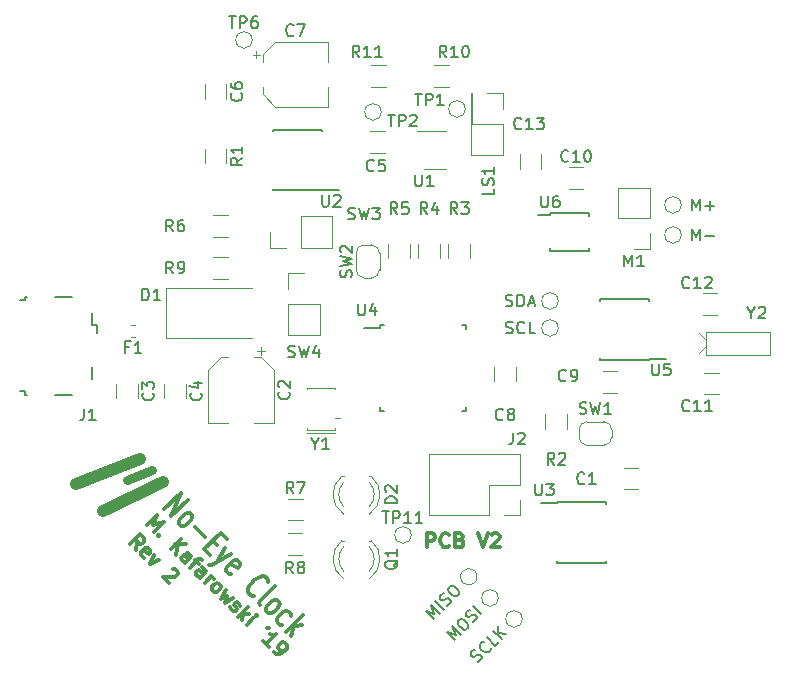
<source format=gbr>
G04 #@! TF.GenerationSoftware,KiCad,Pcbnew,(5.0.1-3-g963ef8bb5)*
G04 #@! TF.CreationDate,2019-06-08T22:51:48-04:00*
G04 #@! TF.ProjectId,EFCv2,45464376322E6B696361645F70636200,rev?*
G04 #@! TF.SameCoordinates,Original*
G04 #@! TF.FileFunction,Legend,Top*
G04 #@! TF.FilePolarity,Positive*
%FSLAX46Y46*%
G04 Gerber Fmt 4.6, Leading zero omitted, Abs format (unit mm)*
G04 Created by KiCad (PCBNEW (5.0.1-3-g963ef8bb5)) date Saturday, June 08, 2019 at 10:51:48 pm*
%MOMM*%
%LPD*%
G01*
G04 APERTURE LIST*
%ADD10C,0.300000*%
%ADD11C,0.800000*%
%ADD12C,1.000000*%
%ADD13C,0.150000*%
%ADD14C,0.120000*%
G04 APERTURE END LIST*
D10*
X61456568Y-99562284D02*
X61577786Y-98875380D01*
X60971694Y-99077410D02*
X61820223Y-98228882D01*
X62143471Y-98552131D01*
X62183877Y-98673349D01*
X62183877Y-98754162D01*
X62143471Y-98875380D01*
X62022253Y-98996598D01*
X61901035Y-99037004D01*
X61820223Y-99037004D01*
X61699004Y-98996598D01*
X61375755Y-98673349D01*
X62183877Y-100208781D02*
X62062659Y-100168375D01*
X61901035Y-100006751D01*
X61860629Y-99885532D01*
X61901035Y-99764314D01*
X62224284Y-99441065D01*
X62345502Y-99400659D01*
X62466720Y-99441065D01*
X62628345Y-99602690D01*
X62668751Y-99723908D01*
X62628345Y-99845126D01*
X62547532Y-99925938D01*
X62062659Y-99602690D01*
X63032406Y-100006751D02*
X62668751Y-100774467D01*
X63436467Y-100410812D01*
X64567837Y-101138122D02*
X64648650Y-101138122D01*
X64769868Y-101178528D01*
X64971898Y-101380558D01*
X65012305Y-101501776D01*
X65012305Y-101582589D01*
X64971898Y-101703807D01*
X64891086Y-101784619D01*
X64729462Y-101865431D01*
X63759715Y-101865431D01*
X64284995Y-102390711D01*
X86096857Y-99348857D02*
X86096857Y-98148857D01*
X86554000Y-98148857D01*
X86668285Y-98206000D01*
X86725428Y-98263142D01*
X86782571Y-98377428D01*
X86782571Y-98548857D01*
X86725428Y-98663142D01*
X86668285Y-98720285D01*
X86554000Y-98777428D01*
X86096857Y-98777428D01*
X87982571Y-99234571D02*
X87925428Y-99291714D01*
X87754000Y-99348857D01*
X87639714Y-99348857D01*
X87468285Y-99291714D01*
X87354000Y-99177428D01*
X87296857Y-99063142D01*
X87239714Y-98834571D01*
X87239714Y-98663142D01*
X87296857Y-98434571D01*
X87354000Y-98320285D01*
X87468285Y-98206000D01*
X87639714Y-98148857D01*
X87754000Y-98148857D01*
X87925428Y-98206000D01*
X87982571Y-98263142D01*
X88896857Y-98720285D02*
X89068285Y-98777428D01*
X89125428Y-98834571D01*
X89182571Y-98948857D01*
X89182571Y-99120285D01*
X89125428Y-99234571D01*
X89068285Y-99291714D01*
X88954000Y-99348857D01*
X88496857Y-99348857D01*
X88496857Y-98148857D01*
X88896857Y-98148857D01*
X89011142Y-98206000D01*
X89068285Y-98263142D01*
X89125428Y-98377428D01*
X89125428Y-98491714D01*
X89068285Y-98606000D01*
X89011142Y-98663142D01*
X88896857Y-98720285D01*
X88496857Y-98720285D01*
X90439714Y-98148857D02*
X90839714Y-99348857D01*
X91239714Y-98148857D01*
X91582571Y-98263142D02*
X91639714Y-98206000D01*
X91754000Y-98148857D01*
X92039714Y-98148857D01*
X92154000Y-98206000D01*
X92211142Y-98263142D01*
X92268285Y-98377428D01*
X92268285Y-98491714D01*
X92211142Y-98663142D01*
X91525428Y-99348857D01*
X92268285Y-99348857D01*
X62386303Y-97446413D02*
X63234831Y-96597885D01*
X62911582Y-97486820D01*
X63800516Y-97163571D01*
X62951988Y-98012099D01*
X63436861Y-98335348D02*
X63436861Y-98416160D01*
X63356049Y-98416160D01*
X63356049Y-98335348D01*
X63436861Y-98335348D01*
X63356049Y-98416160D01*
X64406608Y-99466719D02*
X65255136Y-98618190D01*
X64891481Y-99951592D02*
X65012699Y-99103064D01*
X65740009Y-99103064D02*
X64770263Y-99103064D01*
X65618791Y-100678902D02*
X66063258Y-100234434D01*
X66103664Y-100113216D01*
X66063258Y-99991998D01*
X65901633Y-99830373D01*
X65780415Y-99789967D01*
X65659197Y-100638496D02*
X65537978Y-100598089D01*
X65335948Y-100396059D01*
X65295542Y-100274841D01*
X65335948Y-100153622D01*
X65416760Y-100072810D01*
X65537978Y-100032404D01*
X65659197Y-100072810D01*
X65861227Y-100274841D01*
X65982446Y-100315247D01*
X66467319Y-100396059D02*
X66790568Y-100719308D01*
X66022852Y-101082963D02*
X66750162Y-100355653D01*
X66871380Y-100315247D01*
X66992598Y-100355653D01*
X67073410Y-100436465D01*
X66871380Y-101931491D02*
X67315847Y-101487024D01*
X67356253Y-101365805D01*
X67315847Y-101244587D01*
X67154223Y-101082963D01*
X67033004Y-101042557D01*
X66911786Y-101891085D02*
X66790568Y-101850679D01*
X66588537Y-101648648D01*
X66548131Y-101527430D01*
X66588537Y-101406211D01*
X66669349Y-101325399D01*
X66790568Y-101284993D01*
X66911786Y-101325399D01*
X67113816Y-101527430D01*
X67235035Y-101567836D01*
X67275441Y-102335552D02*
X67841126Y-101769866D01*
X67679502Y-101931491D02*
X67800720Y-101891085D01*
X67881532Y-101891085D01*
X68002751Y-101931491D01*
X68083563Y-102012303D01*
X67921938Y-102982049D02*
X67881532Y-102860831D01*
X67881532Y-102780019D01*
X67921938Y-102658801D01*
X68164375Y-102416364D01*
X68285593Y-102375958D01*
X68366406Y-102375958D01*
X68487624Y-102416364D01*
X68608842Y-102537582D01*
X68649248Y-102658801D01*
X68649248Y-102739613D01*
X68608842Y-102860831D01*
X68366406Y-103103268D01*
X68245187Y-103143674D01*
X68164375Y-103143674D01*
X68043157Y-103103268D01*
X67921938Y-102982049D01*
X69053309Y-102982049D02*
X68649248Y-103709359D01*
X69214934Y-103466923D01*
X68972497Y-104032608D01*
X69699807Y-103628547D01*
X69457370Y-104436669D02*
X69497776Y-104557887D01*
X69659401Y-104719512D01*
X69780619Y-104759918D01*
X69901837Y-104719512D01*
X69942244Y-104679106D01*
X69982650Y-104557887D01*
X69942244Y-104436669D01*
X69821025Y-104315451D01*
X69780619Y-104194232D01*
X69821025Y-104073014D01*
X69861431Y-104032608D01*
X69982650Y-103992202D01*
X70103868Y-104032608D01*
X70225086Y-104153826D01*
X70265492Y-104275045D01*
X70144274Y-105204385D02*
X70992802Y-104355857D01*
X70548335Y-104961948D02*
X70467523Y-105527634D01*
X71033208Y-104961948D02*
X70386711Y-104961948D01*
X70831178Y-105891289D02*
X71396863Y-105325603D01*
X71679706Y-105042761D02*
X71598894Y-105042761D01*
X71598894Y-105123573D01*
X71679706Y-105123573D01*
X71679706Y-105042761D01*
X71598894Y-105123573D01*
X72770671Y-106133725D02*
X72730265Y-106174131D01*
X72609046Y-106214538D01*
X72528234Y-106214538D01*
X72730265Y-107790376D02*
X72245391Y-107305502D01*
X72487828Y-107547939D02*
X73336356Y-106699411D01*
X73134326Y-106739817D01*
X72972701Y-106739817D01*
X72851483Y-106699411D01*
X73134326Y-108194437D02*
X73295950Y-108356061D01*
X73417168Y-108396467D01*
X73497981Y-108396467D01*
X73700011Y-108356061D01*
X73902042Y-108234843D01*
X74225290Y-107911594D01*
X74265696Y-107790376D01*
X74265696Y-107709563D01*
X74225290Y-107588345D01*
X74063666Y-107426721D01*
X73942448Y-107386315D01*
X73861635Y-107386315D01*
X73740417Y-107426721D01*
X73538387Y-107628751D01*
X73497981Y-107749969D01*
X73497981Y-107830782D01*
X73538387Y-107952000D01*
X73700011Y-108113624D01*
X73821229Y-108154030D01*
X73902042Y-108154030D01*
X74023260Y-108113624D01*
X63856428Y-96123954D02*
X65270641Y-94709741D01*
X64462519Y-96730046D01*
X65876733Y-95315832D01*
X65119118Y-97386645D02*
X65085447Y-97218286D01*
X65102283Y-97100435D01*
X65186462Y-96915240D01*
X65590523Y-96511179D01*
X65775718Y-96427000D01*
X65893569Y-96410164D01*
X66061927Y-96443836D01*
X66213450Y-96595359D01*
X66247122Y-96763718D01*
X66230286Y-96881569D01*
X66146107Y-97066763D01*
X65742046Y-97470824D01*
X65556851Y-97555004D01*
X65439000Y-97571840D01*
X65270641Y-97538168D01*
X65119118Y-97386645D01*
X66465988Y-97656019D02*
X67274111Y-98464141D01*
X67981217Y-98767187D02*
X68334771Y-99120740D01*
X67745515Y-100013042D02*
X67240439Y-99507965D01*
X68654652Y-98093752D01*
X69159729Y-98598828D01*
X69041877Y-99423786D02*
X68351607Y-100619133D01*
X69546954Y-99928862D02*
X68351607Y-100619133D01*
X67913874Y-100854835D01*
X67796023Y-100871671D01*
X67627664Y-100838000D01*
X69479610Y-101612450D02*
X69311251Y-101578778D01*
X69109221Y-101376748D01*
X69075549Y-101208389D01*
X69159729Y-101023194D01*
X69698477Y-100484446D01*
X69883671Y-100400267D01*
X70052030Y-100433938D01*
X70254061Y-100635969D01*
X70287732Y-100804328D01*
X70203553Y-100989522D01*
X70068866Y-101124209D01*
X69429103Y-100753820D01*
X71466244Y-103464396D02*
X71348392Y-103481232D01*
X71129526Y-103397053D01*
X71028511Y-103296037D01*
X70944331Y-103077171D01*
X70978003Y-102841469D01*
X71062183Y-102656274D01*
X71281049Y-102336392D01*
X71483079Y-102134362D01*
X71802961Y-101915496D01*
X71988156Y-101831316D01*
X72223858Y-101797644D01*
X72442724Y-101881824D01*
X72543740Y-101982839D01*
X72627919Y-102201705D01*
X72611083Y-102319557D01*
X71937648Y-104205175D02*
X71903976Y-104036816D01*
X71988156Y-103851621D01*
X73200339Y-102639438D01*
X72493232Y-104760759D02*
X72459560Y-104592400D01*
X72476396Y-104474549D01*
X72560575Y-104289354D01*
X72964637Y-103885293D01*
X73149831Y-103801114D01*
X73267682Y-103784278D01*
X73436041Y-103817950D01*
X73587564Y-103969472D01*
X73621236Y-104137831D01*
X73604400Y-104255682D01*
X73520220Y-104440877D01*
X73116159Y-104844938D01*
X72930965Y-104929117D01*
X72813114Y-104945953D01*
X72644755Y-104912281D01*
X72493232Y-104760759D01*
X73823266Y-105956106D02*
X73654907Y-105922434D01*
X73452877Y-105720403D01*
X73419205Y-105552045D01*
X73436041Y-105434194D01*
X73520220Y-105248999D01*
X73924281Y-104844938D01*
X74109476Y-104760759D01*
X74227327Y-104743923D01*
X74395686Y-104777594D01*
X74597716Y-104979625D01*
X74631388Y-105147984D01*
X74210491Y-106478018D02*
X75624705Y-105063804D01*
X74850255Y-106040285D02*
X74614552Y-106882079D01*
X75557361Y-105939270D02*
X74614552Y-106073957D01*
D11*
X62785529Y-92829916D02*
X60720070Y-93638139D01*
D12*
X63773357Y-93817744D02*
X58674000Y-96266000D01*
X61797701Y-91842088D02*
X56388000Y-93980000D01*
D13*
G04 #@! TO.C,U2*
X77226000Y-69123000D02*
X77226000Y-69073000D01*
X73076000Y-69123000D02*
X73076000Y-68978000D01*
X73076000Y-63973000D02*
X73076000Y-64118000D01*
X77226000Y-63973000D02*
X77226000Y-64118000D01*
X77226000Y-69123000D02*
X73076000Y-69123000D01*
X77226000Y-63973000D02*
X73076000Y-63973000D01*
X77226000Y-69073000D02*
X78626000Y-69073000D01*
G04 #@! TO.C,U5*
X104945000Y-83424000D02*
X106345000Y-83424000D01*
X104945000Y-78324000D02*
X100795000Y-78324000D01*
X104945000Y-83474000D02*
X100795000Y-83474000D01*
X104945000Y-78324000D02*
X104945000Y-78469000D01*
X100795000Y-78324000D02*
X100795000Y-78469000D01*
X100795000Y-83474000D02*
X100795000Y-83329000D01*
X104945000Y-83474000D02*
X104945000Y-83424000D01*
D14*
G04 #@! TO.C,C1*
X103963329Y-92602323D02*
X102759201Y-92602323D01*
X103963329Y-94422323D02*
X102759201Y-94422323D01*
G04 #@! TO.C,C5*
X81312936Y-65934000D02*
X82517064Y-65934000D01*
X81312936Y-64114000D02*
X82517064Y-64114000D01*
G04 #@! TO.C,C6*
X69109000Y-60140436D02*
X69109000Y-61344564D01*
X67289000Y-60140436D02*
X67289000Y-61344564D01*
G04 #@! TO.C,C7*
X77731000Y-62069000D02*
X77731000Y-60369000D01*
X77731000Y-56549000D02*
X77731000Y-58249000D01*
X73275437Y-56549000D02*
X77731000Y-56549000D01*
X73275437Y-62069000D02*
X77731000Y-62069000D01*
X72211000Y-61004563D02*
X72211000Y-60369000D01*
X72211000Y-57613437D02*
X72211000Y-58249000D01*
X72211000Y-57613437D02*
X73275437Y-56549000D01*
X72211000Y-61004563D02*
X73275437Y-62069000D01*
X71346000Y-57624000D02*
X71971000Y-57624000D01*
X71658500Y-57311500D02*
X71658500Y-57936500D01*
G04 #@! TO.C,C8*
X93620000Y-84070436D02*
X93620000Y-85274564D01*
X91800000Y-84070436D02*
X91800000Y-85274564D01*
G04 #@! TO.C,C9*
X102202064Y-86254000D02*
X100997936Y-86254000D01*
X102202064Y-84434000D02*
X100997936Y-84434000D01*
G04 #@! TO.C,C10*
X98113436Y-68982000D02*
X99317564Y-68982000D01*
X98113436Y-67162000D02*
X99317564Y-67162000D01*
G04 #@! TO.C,C11*
X110801564Y-84561000D02*
X109597436Y-84561000D01*
X110801564Y-86381000D02*
X109597436Y-86381000D01*
G04 #@! TO.C,C12*
X110674564Y-79650000D02*
X109470436Y-79650000D01*
X110674564Y-77830000D02*
X109470436Y-77830000D01*
G04 #@! TO.C,C13*
X93959000Y-67277064D02*
X93959000Y-66072936D01*
X95779000Y-67277064D02*
X95779000Y-66072936D01*
G04 #@! TO.C,D2*
X81373000Y-93309000D02*
X81217000Y-93309000D01*
X79057000Y-93309000D02*
X78901000Y-93309000D01*
X81215608Y-96541335D02*
G75*
G03X81372516Y-93309000I-1078608J1672335D01*
G01*
X79058392Y-96541335D02*
G75*
G02X78901484Y-93309000I1078608J1672335D01*
G01*
X81216837Y-95910130D02*
G75*
G03X81217000Y-93828039I-1079837J1041130D01*
G01*
X79057163Y-95910130D02*
G75*
G02X79057000Y-93828039I1079837J1041130D01*
G01*
D13*
G04 #@! TO.C,J1*
X56022000Y-78146000D02*
X54622000Y-78146000D01*
X52222000Y-78146000D02*
X52072000Y-78146000D01*
X52072000Y-78146000D02*
X52072000Y-78446000D01*
X52072000Y-78446000D02*
X51622000Y-78446000D01*
X51622000Y-86146000D02*
X52072000Y-86146000D01*
X52072000Y-86146000D02*
X52072000Y-86446000D01*
X52072000Y-86446000D02*
X52222000Y-86446000D01*
X54622000Y-86446000D02*
X56022000Y-86446000D01*
X58197000Y-81221000D02*
X58197000Y-80496000D01*
X58197000Y-80496000D02*
X57772000Y-80496000D01*
X57772000Y-80496000D02*
X57772000Y-79496000D01*
X57772000Y-84096000D02*
X57772000Y-85096000D01*
D14*
G04 #@! TO.C,J2*
X93976500Y-91443500D02*
X93976500Y-94043500D01*
X93976500Y-91443500D02*
X86236500Y-91443500D01*
X86236500Y-91443500D02*
X86236500Y-96643500D01*
X91376500Y-96643500D02*
X86236500Y-96643500D01*
X91376500Y-94043500D02*
X91376500Y-96643500D01*
X93976500Y-94043500D02*
X91376500Y-94043500D01*
X93976500Y-96643500D02*
X92646500Y-96643500D01*
X93976500Y-95313500D02*
X93976500Y-96643500D01*
G04 #@! TO.C,LS1*
X89856000Y-60900000D02*
X89856000Y-66100000D01*
X89916000Y-60900000D02*
X89856000Y-60900000D01*
X92516000Y-66100000D02*
X89856000Y-66100000D01*
X89916000Y-60900000D02*
X89916000Y-63500000D01*
X89916000Y-63500000D02*
X92516000Y-63500000D01*
X92516000Y-63500000D02*
X92516000Y-66100000D01*
X91186000Y-60900000D02*
X92516000Y-60900000D01*
X92516000Y-60900000D02*
X92516000Y-62230000D01*
G04 #@! TO.C,M1*
X104962000Y-68901000D02*
X102302000Y-68901000D01*
X104962000Y-71501000D02*
X104962000Y-68901000D01*
X102302000Y-71501000D02*
X102302000Y-68901000D01*
X104962000Y-71501000D02*
X102302000Y-71501000D01*
X104962000Y-72771000D02*
X104962000Y-74101000D01*
X104962000Y-74101000D02*
X103632000Y-74101000D01*
G04 #@! TO.C,Q1*
X81373000Y-98770000D02*
X81217000Y-98770000D01*
X79057000Y-98770000D02*
X78901000Y-98770000D01*
X81215608Y-102002335D02*
G75*
G03X81372516Y-98770000I-1078608J1672335D01*
G01*
X79058392Y-102002335D02*
G75*
G02X78901484Y-98770000I1078608J1672335D01*
G01*
X81216837Y-101371130D02*
G75*
G03X81217000Y-99289039I-1079837J1041130D01*
G01*
X79057163Y-101371130D02*
G75*
G02X79057000Y-99289039I1079837J1041130D01*
G01*
G04 #@! TO.C,R1*
X69109000Y-65601436D02*
X69109000Y-66805564D01*
X67289000Y-65601436D02*
X67289000Y-66805564D01*
G04 #@! TO.C,R2*
X97938000Y-89284564D02*
X97938000Y-88080436D01*
X96118000Y-89284564D02*
X96118000Y-88080436D01*
G04 #@! TO.C,R3*
X89746500Y-74870064D02*
X89746500Y-73665936D01*
X87926500Y-74870064D02*
X87926500Y-73665936D01*
G04 #@! TO.C,R4*
X85386500Y-74870064D02*
X85386500Y-73665936D01*
X87206500Y-74870064D02*
X87206500Y-73665936D01*
G04 #@! TO.C,R5*
X82846500Y-74870064D02*
X82846500Y-73665936D01*
X84666500Y-74870064D02*
X84666500Y-73665936D01*
G04 #@! TO.C,R6*
X68014436Y-71226000D02*
X69218564Y-71226000D01*
X68014436Y-73046000D02*
X69218564Y-73046000D01*
G04 #@! TO.C,R7*
X74364436Y-97049000D02*
X75568564Y-97049000D01*
X74364436Y-95229000D02*
X75568564Y-95229000D01*
G04 #@! TO.C,R8*
X74327936Y-98150000D02*
X75532064Y-98150000D01*
X74327936Y-99970000D02*
X75532064Y-99970000D01*
G04 #@! TO.C,R9*
X68014436Y-76602000D02*
X69218564Y-76602000D01*
X68014436Y-74782000D02*
X69218564Y-74782000D01*
G04 #@! TO.C,SW1*
X99664765Y-90702323D02*
G75*
G02X98964765Y-90002323I0J700000D01*
G01*
X98964765Y-89402323D02*
G75*
G02X99664765Y-88702323I700000J0D01*
G01*
X101064765Y-88702323D02*
G75*
G02X101764765Y-89402323I0J-700000D01*
G01*
X101764765Y-90002323D02*
G75*
G02X101064765Y-90702323I-700000J0D01*
G01*
X101764765Y-89402323D02*
X101764765Y-90002323D01*
X99664765Y-88702323D02*
X101064765Y-88702323D01*
X98964765Y-90002323D02*
X98964765Y-89402323D01*
X101064765Y-90702323D02*
X99664765Y-90702323D01*
G04 #@! TO.C,SW2*
X80089500Y-75835500D02*
X80089500Y-74435500D01*
X80789500Y-73735500D02*
X81389500Y-73735500D01*
X82089500Y-74435500D02*
X82089500Y-75835500D01*
X81389500Y-76535500D02*
X80789500Y-76535500D01*
X80789500Y-76535500D02*
G75*
G02X80089500Y-75835500I0J700000D01*
G01*
X82089500Y-75835500D02*
G75*
G02X81389500Y-76535500I-700000J0D01*
G01*
X81389500Y-73735500D02*
G75*
G02X82089500Y-74435500I0J-700000D01*
G01*
X80089500Y-74435500D02*
G75*
G02X80789500Y-73735500I700000J0D01*
G01*
G04 #@! TO.C,U1*
X85884000Y-67335000D02*
X87684000Y-67335000D01*
X87684000Y-64115000D02*
X85234000Y-64115000D01*
D13*
G04 #@! TO.C,U3*
X97131765Y-95509323D02*
X97131765Y-95559323D01*
X101281765Y-95509323D02*
X101281765Y-95654323D01*
X101281765Y-100659323D02*
X101281765Y-100514323D01*
X97131765Y-100659323D02*
X97131765Y-100514323D01*
X97131765Y-95509323D02*
X101281765Y-95509323D01*
X97131765Y-100659323D02*
X101281765Y-100659323D01*
X97131765Y-95559323D02*
X95731765Y-95559323D01*
G04 #@! TO.C,U4*
X82163500Y-80512500D02*
X82163500Y-80737500D01*
X89413500Y-80512500D02*
X89413500Y-80837500D01*
X89413500Y-87762500D02*
X89413500Y-87437500D01*
X82163500Y-87762500D02*
X82163500Y-87437500D01*
X82163500Y-80512500D02*
X82488500Y-80512500D01*
X82163500Y-87762500D02*
X82488500Y-87762500D01*
X89413500Y-87762500D02*
X89088500Y-87762500D01*
X89413500Y-80512500D02*
X89088500Y-80512500D01*
X82163500Y-80737500D02*
X80738500Y-80737500D01*
G04 #@! TO.C,U6*
X96546000Y-71019000D02*
X96546000Y-71194000D01*
X99796000Y-71019000D02*
X99796000Y-71294000D01*
X99796000Y-74269000D02*
X99796000Y-73994000D01*
X96546000Y-74269000D02*
X96546000Y-73994000D01*
X96546000Y-71019000D02*
X99796000Y-71019000D01*
X96546000Y-74269000D02*
X99796000Y-74269000D01*
X96546000Y-71194000D02*
X95471000Y-71194000D01*
D14*
G04 #@! TO.C,Y1*
X75952500Y-85823500D02*
X77952500Y-85823500D01*
X77952500Y-89423500D02*
X75952500Y-89423500D01*
X78352500Y-88373500D02*
X78752500Y-88373500D01*
X75952500Y-89623500D02*
X77952500Y-89623500D01*
X77952500Y-85823500D02*
X78352500Y-85823500D01*
X77952500Y-89423500D02*
X78352500Y-89423500D01*
X77952500Y-89623500D02*
X78352500Y-89623500D01*
X75952500Y-89423500D02*
X75952500Y-89273500D01*
X78352500Y-89423500D02*
X78352500Y-89273500D01*
X78352500Y-88373500D02*
X78352500Y-88423500D01*
X78352500Y-85823500D02*
X78352500Y-85973500D01*
X75952500Y-85823500D02*
X75952500Y-85973500D01*
G04 #@! TO.C,Y2*
X109758000Y-83031000D02*
X115158000Y-83031000D01*
X115158000Y-83031000D02*
X115158000Y-81131000D01*
X115158000Y-81131000D02*
X109758000Y-81131000D01*
X109758000Y-81131000D02*
X109758000Y-83031000D01*
X109758000Y-82331000D02*
X109158000Y-82931000D01*
X109158000Y-82931000D02*
X109158000Y-82931000D01*
X109758000Y-81831000D02*
X109158000Y-81231000D01*
X109158000Y-81231000D02*
X109158000Y-81231000D01*
G04 #@! TO.C,C2*
X67598000Y-88780000D02*
X69298000Y-88780000D01*
X73118000Y-88780000D02*
X71418000Y-88780000D01*
X73118000Y-84324437D02*
X73118000Y-88780000D01*
X67598000Y-84324437D02*
X67598000Y-88780000D01*
X68662437Y-83260000D02*
X69298000Y-83260000D01*
X72053563Y-83260000D02*
X71418000Y-83260000D01*
X72053563Y-83260000D02*
X73118000Y-84324437D01*
X68662437Y-83260000D02*
X67598000Y-84324437D01*
X72043000Y-82395000D02*
X72043000Y-83020000D01*
X72355500Y-82707500D02*
X71730500Y-82707500D01*
G04 #@! TO.C,C3*
X61616000Y-85503936D02*
X61616000Y-86708064D01*
X59796000Y-85503936D02*
X59796000Y-86708064D01*
G04 #@! TO.C,C4*
X63860000Y-85503936D02*
X63860000Y-86708064D01*
X65680000Y-85503936D02*
X65680000Y-86708064D01*
G04 #@! TO.C,D1*
X63980000Y-77352000D02*
X63980000Y-81652000D01*
X63980000Y-81652000D02*
X71280000Y-81652000D01*
X63980000Y-77352000D02*
X71280000Y-77352000D01*
G04 #@! TO.C,F1*
X61385267Y-81536000D02*
X61042733Y-81536000D01*
X61385267Y-80516000D02*
X61042733Y-80516000D01*
G04 #@! TO.C,R10*
X87941564Y-58526000D02*
X86737436Y-58526000D01*
X87941564Y-60346000D02*
X86737436Y-60346000D01*
G04 #@! TO.C,R11*
X82607564Y-60346000D02*
X81403436Y-60346000D01*
X82607564Y-58526000D02*
X81403436Y-58526000D01*
G04 #@! TO.C,SW3*
X78038000Y-73974000D02*
X78038000Y-71314000D01*
X75438000Y-73974000D02*
X78038000Y-73974000D01*
X75438000Y-71314000D02*
X78038000Y-71314000D01*
X75438000Y-73974000D02*
X75438000Y-71314000D01*
X74168000Y-73974000D02*
X72838000Y-73974000D01*
X72838000Y-73974000D02*
X72838000Y-72644000D01*
G04 #@! TO.C,SW4*
X74362000Y-76140000D02*
X75692000Y-76140000D01*
X74362000Y-77470000D02*
X74362000Y-76140000D01*
X74362000Y-78740000D02*
X77022000Y-78740000D01*
X77022000Y-78740000D02*
X77022000Y-81340000D01*
X74362000Y-78740000D02*
X74362000Y-81340000D01*
X74362000Y-81340000D02*
X77022000Y-81340000D01*
G04 #@! TO.C,TP1*
X89346000Y-62230000D02*
G75*
G03X89346000Y-62230000I-700000J0D01*
G01*
G04 #@! TO.C,TP2*
X82234000Y-62484000D02*
G75*
G03X82234000Y-62484000I-700000J0D01*
G01*
G04 #@! TO.C,SCLK*
X94172000Y-105410000D02*
G75*
G03X94172000Y-105410000I-700000J0D01*
G01*
G04 #@! TO.C,MOSI*
X92140000Y-103632000D02*
G75*
G03X92140000Y-103632000I-700000J0D01*
G01*
G04 #@! TO.C,MISO*
X90343949Y-101835949D02*
G75*
G03X90343949Y-101835949I-700000J0D01*
G01*
G04 #@! TO.C,TP6*
X71312000Y-56388000D02*
G75*
G03X71312000Y-56388000I-700000J0D01*
G01*
G04 #@! TO.C,M-*
X107634000Y-72898000D02*
G75*
G03X107634000Y-72898000I-700000J0D01*
G01*
G04 #@! TO.C,SDA*
X97220000Y-78486000D02*
G75*
G03X97220000Y-78486000I-700000J0D01*
G01*
G04 #@! TO.C,SCL*
X97220000Y-80772000D02*
G75*
G03X97220000Y-80772000I-700000J0D01*
G01*
G04 #@! TO.C,M+*
X107634000Y-70358000D02*
G75*
G03X107634000Y-70358000I-700000J0D01*
G01*
G04 #@! TO.C,TP11*
X84774000Y-98298000D02*
G75*
G03X84774000Y-98298000I-700000J0D01*
G01*
G04 #@! TO.C,U2*
D13*
X77216095Y-69500380D02*
X77216095Y-70309904D01*
X77263714Y-70405142D01*
X77311333Y-70452761D01*
X77406571Y-70500380D01*
X77597047Y-70500380D01*
X77692285Y-70452761D01*
X77739904Y-70405142D01*
X77787523Y-70309904D01*
X77787523Y-69500380D01*
X78216095Y-69595619D02*
X78263714Y-69548000D01*
X78358952Y-69500380D01*
X78597047Y-69500380D01*
X78692285Y-69548000D01*
X78739904Y-69595619D01*
X78787523Y-69690857D01*
X78787523Y-69786095D01*
X78739904Y-69928952D01*
X78168476Y-70500380D01*
X78787523Y-70500380D01*
G04 #@! TO.C,*
G04 #@! TO.C,U5*
X105156095Y-83780380D02*
X105156095Y-84589904D01*
X105203714Y-84685142D01*
X105251333Y-84732761D01*
X105346571Y-84780380D01*
X105537047Y-84780380D01*
X105632285Y-84732761D01*
X105679904Y-84685142D01*
X105727523Y-84589904D01*
X105727523Y-83780380D01*
X106679904Y-83780380D02*
X106203714Y-83780380D01*
X106156095Y-84256571D01*
X106203714Y-84208952D01*
X106298952Y-84161333D01*
X106537047Y-84161333D01*
X106632285Y-84208952D01*
X106679904Y-84256571D01*
X106727523Y-84351809D01*
X106727523Y-84589904D01*
X106679904Y-84685142D01*
X106632285Y-84732761D01*
X106537047Y-84780380D01*
X106298952Y-84780380D01*
X106203714Y-84732761D01*
X106156095Y-84685142D01*
G04 #@! TO.C,C1*
X99440863Y-93909788D02*
X99393244Y-93957407D01*
X99250387Y-94005026D01*
X99155149Y-94005026D01*
X99012291Y-93957407D01*
X98917053Y-93862169D01*
X98869434Y-93766931D01*
X98821815Y-93576455D01*
X98821815Y-93433598D01*
X98869434Y-93243122D01*
X98917053Y-93147884D01*
X99012291Y-93052646D01*
X99155149Y-93005026D01*
X99250387Y-93005026D01*
X99393244Y-93052646D01*
X99440863Y-93100265D01*
X100393244Y-94005026D02*
X99821815Y-94005026D01*
X100107530Y-94005026D02*
X100107530Y-93005026D01*
X100012291Y-93147884D01*
X99917053Y-93243122D01*
X99821815Y-93290741D01*
G04 #@! TO.C,C5*
X81621333Y-67413142D02*
X81573714Y-67460761D01*
X81430857Y-67508380D01*
X81335619Y-67508380D01*
X81192761Y-67460761D01*
X81097523Y-67365523D01*
X81049904Y-67270285D01*
X81002285Y-67079809D01*
X81002285Y-66936952D01*
X81049904Y-66746476D01*
X81097523Y-66651238D01*
X81192761Y-66556000D01*
X81335619Y-66508380D01*
X81430857Y-66508380D01*
X81573714Y-66556000D01*
X81621333Y-66603619D01*
X82526095Y-66508380D02*
X82049904Y-66508380D01*
X82002285Y-66984571D01*
X82049904Y-66936952D01*
X82145142Y-66889333D01*
X82383238Y-66889333D01*
X82478476Y-66936952D01*
X82526095Y-66984571D01*
X82573714Y-67079809D01*
X82573714Y-67317904D01*
X82526095Y-67413142D01*
X82478476Y-67460761D01*
X82383238Y-67508380D01*
X82145142Y-67508380D01*
X82049904Y-67460761D01*
X82002285Y-67413142D01*
G04 #@! TO.C,C6*
X70376142Y-60909166D02*
X70423761Y-60956785D01*
X70471380Y-61099642D01*
X70471380Y-61194880D01*
X70423761Y-61337738D01*
X70328523Y-61432976D01*
X70233285Y-61480595D01*
X70042809Y-61528214D01*
X69899952Y-61528214D01*
X69709476Y-61480595D01*
X69614238Y-61432976D01*
X69519000Y-61337738D01*
X69471380Y-61194880D01*
X69471380Y-61099642D01*
X69519000Y-60956785D01*
X69566619Y-60909166D01*
X69471380Y-60052023D02*
X69471380Y-60242500D01*
X69519000Y-60337738D01*
X69566619Y-60385357D01*
X69709476Y-60480595D01*
X69899952Y-60528214D01*
X70280904Y-60528214D01*
X70376142Y-60480595D01*
X70423761Y-60432976D01*
X70471380Y-60337738D01*
X70471380Y-60147261D01*
X70423761Y-60052023D01*
X70376142Y-60004404D01*
X70280904Y-59956785D01*
X70042809Y-59956785D01*
X69947571Y-60004404D01*
X69899952Y-60052023D01*
X69852333Y-60147261D01*
X69852333Y-60337738D01*
X69899952Y-60432976D01*
X69947571Y-60480595D01*
X70042809Y-60528214D01*
G04 #@! TO.C,C7*
X74804333Y-55966142D02*
X74756714Y-56013761D01*
X74613857Y-56061380D01*
X74518619Y-56061380D01*
X74375761Y-56013761D01*
X74280523Y-55918523D01*
X74232904Y-55823285D01*
X74185285Y-55632809D01*
X74185285Y-55489952D01*
X74232904Y-55299476D01*
X74280523Y-55204238D01*
X74375761Y-55109000D01*
X74518619Y-55061380D01*
X74613857Y-55061380D01*
X74756714Y-55109000D01*
X74804333Y-55156619D01*
X75137666Y-55061380D02*
X75804333Y-55061380D01*
X75375761Y-56061380D01*
G04 #@! TO.C,C8*
X92543333Y-88495142D02*
X92495714Y-88542761D01*
X92352857Y-88590380D01*
X92257619Y-88590380D01*
X92114761Y-88542761D01*
X92019523Y-88447523D01*
X91971904Y-88352285D01*
X91924285Y-88161809D01*
X91924285Y-88018952D01*
X91971904Y-87828476D01*
X92019523Y-87733238D01*
X92114761Y-87638000D01*
X92257619Y-87590380D01*
X92352857Y-87590380D01*
X92495714Y-87638000D01*
X92543333Y-87685619D01*
X93114761Y-88018952D02*
X93019523Y-87971333D01*
X92971904Y-87923714D01*
X92924285Y-87828476D01*
X92924285Y-87780857D01*
X92971904Y-87685619D01*
X93019523Y-87638000D01*
X93114761Y-87590380D01*
X93305238Y-87590380D01*
X93400476Y-87638000D01*
X93448095Y-87685619D01*
X93495714Y-87780857D01*
X93495714Y-87828476D01*
X93448095Y-87923714D01*
X93400476Y-87971333D01*
X93305238Y-88018952D01*
X93114761Y-88018952D01*
X93019523Y-88066571D01*
X92971904Y-88114190D01*
X92924285Y-88209428D01*
X92924285Y-88399904D01*
X92971904Y-88495142D01*
X93019523Y-88542761D01*
X93114761Y-88590380D01*
X93305238Y-88590380D01*
X93400476Y-88542761D01*
X93448095Y-88495142D01*
X93495714Y-88399904D01*
X93495714Y-88209428D01*
X93448095Y-88114190D01*
X93400476Y-88066571D01*
X93305238Y-88018952D01*
G04 #@! TO.C,C9*
X97877333Y-85193142D02*
X97829714Y-85240761D01*
X97686857Y-85288380D01*
X97591619Y-85288380D01*
X97448761Y-85240761D01*
X97353523Y-85145523D01*
X97305904Y-85050285D01*
X97258285Y-84859809D01*
X97258285Y-84716952D01*
X97305904Y-84526476D01*
X97353523Y-84431238D01*
X97448761Y-84336000D01*
X97591619Y-84288380D01*
X97686857Y-84288380D01*
X97829714Y-84336000D01*
X97877333Y-84383619D01*
X98353523Y-85288380D02*
X98544000Y-85288380D01*
X98639238Y-85240761D01*
X98686857Y-85193142D01*
X98782095Y-85050285D01*
X98829714Y-84859809D01*
X98829714Y-84478857D01*
X98782095Y-84383619D01*
X98734476Y-84336000D01*
X98639238Y-84288380D01*
X98448761Y-84288380D01*
X98353523Y-84336000D01*
X98305904Y-84383619D01*
X98258285Y-84478857D01*
X98258285Y-84716952D01*
X98305904Y-84812190D01*
X98353523Y-84859809D01*
X98448761Y-84907428D01*
X98639238Y-84907428D01*
X98734476Y-84859809D01*
X98782095Y-84812190D01*
X98829714Y-84716952D01*
G04 #@! TO.C,C10*
X98072642Y-66609142D02*
X98025023Y-66656761D01*
X97882166Y-66704380D01*
X97786928Y-66704380D01*
X97644071Y-66656761D01*
X97548833Y-66561523D01*
X97501214Y-66466285D01*
X97453595Y-66275809D01*
X97453595Y-66132952D01*
X97501214Y-65942476D01*
X97548833Y-65847238D01*
X97644071Y-65752000D01*
X97786928Y-65704380D01*
X97882166Y-65704380D01*
X98025023Y-65752000D01*
X98072642Y-65799619D01*
X99025023Y-66704380D02*
X98453595Y-66704380D01*
X98739309Y-66704380D02*
X98739309Y-65704380D01*
X98644071Y-65847238D01*
X98548833Y-65942476D01*
X98453595Y-65990095D01*
X99644071Y-65704380D02*
X99739309Y-65704380D01*
X99834547Y-65752000D01*
X99882166Y-65799619D01*
X99929785Y-65894857D01*
X99977404Y-66085333D01*
X99977404Y-66323428D01*
X99929785Y-66513904D01*
X99882166Y-66609142D01*
X99834547Y-66656761D01*
X99739309Y-66704380D01*
X99644071Y-66704380D01*
X99548833Y-66656761D01*
X99501214Y-66609142D01*
X99453595Y-66513904D01*
X99405976Y-66323428D01*
X99405976Y-66085333D01*
X99453595Y-65894857D01*
X99501214Y-65799619D01*
X99548833Y-65752000D01*
X99644071Y-65704380D01*
G04 #@! TO.C,C11*
X108323142Y-87733142D02*
X108275523Y-87780761D01*
X108132666Y-87828380D01*
X108037428Y-87828380D01*
X107894571Y-87780761D01*
X107799333Y-87685523D01*
X107751714Y-87590285D01*
X107704095Y-87399809D01*
X107704095Y-87256952D01*
X107751714Y-87066476D01*
X107799333Y-86971238D01*
X107894571Y-86876000D01*
X108037428Y-86828380D01*
X108132666Y-86828380D01*
X108275523Y-86876000D01*
X108323142Y-86923619D01*
X109275523Y-87828380D02*
X108704095Y-87828380D01*
X108989809Y-87828380D02*
X108989809Y-86828380D01*
X108894571Y-86971238D01*
X108799333Y-87066476D01*
X108704095Y-87114095D01*
X110227904Y-87828380D02*
X109656476Y-87828380D01*
X109942190Y-87828380D02*
X109942190Y-86828380D01*
X109846952Y-86971238D01*
X109751714Y-87066476D01*
X109656476Y-87114095D01*
G04 #@! TO.C,C12*
X108323142Y-77319142D02*
X108275523Y-77366761D01*
X108132666Y-77414380D01*
X108037428Y-77414380D01*
X107894571Y-77366761D01*
X107799333Y-77271523D01*
X107751714Y-77176285D01*
X107704095Y-76985809D01*
X107704095Y-76842952D01*
X107751714Y-76652476D01*
X107799333Y-76557238D01*
X107894571Y-76462000D01*
X108037428Y-76414380D01*
X108132666Y-76414380D01*
X108275523Y-76462000D01*
X108323142Y-76509619D01*
X109275523Y-77414380D02*
X108704095Y-77414380D01*
X108989809Y-77414380D02*
X108989809Y-76414380D01*
X108894571Y-76557238D01*
X108799333Y-76652476D01*
X108704095Y-76700095D01*
X109656476Y-76509619D02*
X109704095Y-76462000D01*
X109799333Y-76414380D01*
X110037428Y-76414380D01*
X110132666Y-76462000D01*
X110180285Y-76509619D01*
X110227904Y-76604857D01*
X110227904Y-76700095D01*
X110180285Y-76842952D01*
X109608857Y-77414380D01*
X110227904Y-77414380D01*
G04 #@! TO.C,C13*
X94099142Y-63857142D02*
X94051523Y-63904761D01*
X93908666Y-63952380D01*
X93813428Y-63952380D01*
X93670571Y-63904761D01*
X93575333Y-63809523D01*
X93527714Y-63714285D01*
X93480095Y-63523809D01*
X93480095Y-63380952D01*
X93527714Y-63190476D01*
X93575333Y-63095238D01*
X93670571Y-63000000D01*
X93813428Y-62952380D01*
X93908666Y-62952380D01*
X94051523Y-63000000D01*
X94099142Y-63047619D01*
X95051523Y-63952380D02*
X94480095Y-63952380D01*
X94765809Y-63952380D02*
X94765809Y-62952380D01*
X94670571Y-63095238D01*
X94575333Y-63190476D01*
X94480095Y-63238095D01*
X95384857Y-62952380D02*
X96003904Y-62952380D01*
X95670571Y-63333333D01*
X95813428Y-63333333D01*
X95908666Y-63380952D01*
X95956285Y-63428571D01*
X96003904Y-63523809D01*
X96003904Y-63761904D01*
X95956285Y-63857142D01*
X95908666Y-63904761D01*
X95813428Y-63952380D01*
X95527714Y-63952380D01*
X95432476Y-63904761D01*
X95384857Y-63857142D01*
G04 #@! TO.C,D2*
X83549380Y-95607095D02*
X82549380Y-95607095D01*
X82549380Y-95369000D01*
X82597000Y-95226142D01*
X82692238Y-95130904D01*
X82787476Y-95083285D01*
X82977952Y-95035666D01*
X83120809Y-95035666D01*
X83311285Y-95083285D01*
X83406523Y-95130904D01*
X83501761Y-95226142D01*
X83549380Y-95369000D01*
X83549380Y-95607095D01*
X82644619Y-94654714D02*
X82597000Y-94607095D01*
X82549380Y-94511857D01*
X82549380Y-94273761D01*
X82597000Y-94178523D01*
X82644619Y-94130904D01*
X82739857Y-94083285D01*
X82835095Y-94083285D01*
X82977952Y-94130904D01*
X83549380Y-94702333D01*
X83549380Y-94083285D01*
G04 #@! TO.C,J1*
X57070666Y-87590380D02*
X57070666Y-88304666D01*
X57023047Y-88447523D01*
X56927809Y-88542761D01*
X56784952Y-88590380D01*
X56689714Y-88590380D01*
X58070666Y-88590380D02*
X57499238Y-88590380D01*
X57784952Y-88590380D02*
X57784952Y-87590380D01*
X57689714Y-87733238D01*
X57594476Y-87828476D01*
X57499238Y-87876095D01*
G04 #@! TO.C,J2*
X93392666Y-89622380D02*
X93392666Y-90336666D01*
X93345047Y-90479523D01*
X93249809Y-90574761D01*
X93106952Y-90622380D01*
X93011714Y-90622380D01*
X93821238Y-89717619D02*
X93868857Y-89670000D01*
X93964095Y-89622380D01*
X94202190Y-89622380D01*
X94297428Y-89670000D01*
X94345047Y-89717619D01*
X94392666Y-89812857D01*
X94392666Y-89908095D01*
X94345047Y-90050952D01*
X93773619Y-90622380D01*
X94392666Y-90622380D01*
G04 #@! TO.C,LS1*
X91765380Y-68968857D02*
X91765380Y-69445047D01*
X90765380Y-69445047D01*
X91717761Y-68683142D02*
X91765380Y-68540285D01*
X91765380Y-68302190D01*
X91717761Y-68206952D01*
X91670142Y-68159333D01*
X91574904Y-68111714D01*
X91479666Y-68111714D01*
X91384428Y-68159333D01*
X91336809Y-68206952D01*
X91289190Y-68302190D01*
X91241571Y-68492666D01*
X91193952Y-68587904D01*
X91146333Y-68635523D01*
X91051095Y-68683142D01*
X90955857Y-68683142D01*
X90860619Y-68635523D01*
X90813000Y-68587904D01*
X90765380Y-68492666D01*
X90765380Y-68254571D01*
X90813000Y-68111714D01*
X91765380Y-67159333D02*
X91765380Y-67730761D01*
X91765380Y-67445047D02*
X90765380Y-67445047D01*
X90908238Y-67540285D01*
X91003476Y-67635523D01*
X91051095Y-67730761D01*
G04 #@! TO.C,M1*
X102822476Y-75553380D02*
X102822476Y-74553380D01*
X103155809Y-75267666D01*
X103489142Y-74553380D01*
X103489142Y-75553380D01*
X104489142Y-75553380D02*
X103917714Y-75553380D01*
X104203428Y-75553380D02*
X104203428Y-74553380D01*
X104108190Y-74696238D01*
X104012952Y-74791476D01*
X103917714Y-74839095D01*
G04 #@! TO.C,Q1*
X83644619Y-100425238D02*
X83597000Y-100520476D01*
X83501761Y-100615714D01*
X83358904Y-100758571D01*
X83311285Y-100853809D01*
X83311285Y-100949047D01*
X83549380Y-100901428D02*
X83501761Y-100996666D01*
X83406523Y-101091904D01*
X83216047Y-101139523D01*
X82882714Y-101139523D01*
X82692238Y-101091904D01*
X82597000Y-100996666D01*
X82549380Y-100901428D01*
X82549380Y-100710952D01*
X82597000Y-100615714D01*
X82692238Y-100520476D01*
X82882714Y-100472857D01*
X83216047Y-100472857D01*
X83406523Y-100520476D01*
X83501761Y-100615714D01*
X83549380Y-100710952D01*
X83549380Y-100901428D01*
X83549380Y-99520476D02*
X83549380Y-100091904D01*
X83549380Y-99806190D02*
X82549380Y-99806190D01*
X82692238Y-99901428D01*
X82787476Y-99996666D01*
X82835095Y-100091904D01*
G04 #@! TO.C,R1*
X70471380Y-66370166D02*
X69995190Y-66703500D01*
X70471380Y-66941595D02*
X69471380Y-66941595D01*
X69471380Y-66560642D01*
X69519000Y-66465404D01*
X69566619Y-66417785D01*
X69661857Y-66370166D01*
X69804714Y-66370166D01*
X69899952Y-66417785D01*
X69947571Y-66465404D01*
X69995190Y-66560642D01*
X69995190Y-66941595D01*
X70471380Y-65417785D02*
X70471380Y-65989214D01*
X70471380Y-65703500D02*
X69471380Y-65703500D01*
X69614238Y-65798738D01*
X69709476Y-65893976D01*
X69757095Y-65989214D01*
G04 #@! TO.C,R2*
X96881098Y-92350203D02*
X96547765Y-91874013D01*
X96309669Y-92350203D02*
X96309669Y-91350203D01*
X96690622Y-91350203D01*
X96785860Y-91397823D01*
X96833479Y-91445442D01*
X96881098Y-91540680D01*
X96881098Y-91683537D01*
X96833479Y-91778775D01*
X96785860Y-91826394D01*
X96690622Y-91874013D01*
X96309669Y-91874013D01*
X97262050Y-91445442D02*
X97309669Y-91397823D01*
X97404907Y-91350203D01*
X97643003Y-91350203D01*
X97738241Y-91397823D01*
X97785860Y-91445442D01*
X97833479Y-91540680D01*
X97833479Y-91635918D01*
X97785860Y-91778775D01*
X97214431Y-92350203D01*
X97833479Y-92350203D01*
G04 #@! TO.C,R3*
X88669833Y-71127880D02*
X88336500Y-70651690D01*
X88098404Y-71127880D02*
X88098404Y-70127880D01*
X88479357Y-70127880D01*
X88574595Y-70175500D01*
X88622214Y-70223119D01*
X88669833Y-70318357D01*
X88669833Y-70461214D01*
X88622214Y-70556452D01*
X88574595Y-70604071D01*
X88479357Y-70651690D01*
X88098404Y-70651690D01*
X89003166Y-70127880D02*
X89622214Y-70127880D01*
X89288880Y-70508833D01*
X89431738Y-70508833D01*
X89526976Y-70556452D01*
X89574595Y-70604071D01*
X89622214Y-70699309D01*
X89622214Y-70937404D01*
X89574595Y-71032642D01*
X89526976Y-71080261D01*
X89431738Y-71127880D01*
X89146023Y-71127880D01*
X89050785Y-71080261D01*
X89003166Y-71032642D01*
G04 #@! TO.C,R4*
X86129833Y-71127880D02*
X85796500Y-70651690D01*
X85558404Y-71127880D02*
X85558404Y-70127880D01*
X85939357Y-70127880D01*
X86034595Y-70175500D01*
X86082214Y-70223119D01*
X86129833Y-70318357D01*
X86129833Y-70461214D01*
X86082214Y-70556452D01*
X86034595Y-70604071D01*
X85939357Y-70651690D01*
X85558404Y-70651690D01*
X86986976Y-70461214D02*
X86986976Y-71127880D01*
X86748880Y-70080261D02*
X86510785Y-70794547D01*
X87129833Y-70794547D01*
G04 #@! TO.C,R5*
X83589833Y-71127880D02*
X83256500Y-70651690D01*
X83018404Y-71127880D02*
X83018404Y-70127880D01*
X83399357Y-70127880D01*
X83494595Y-70175500D01*
X83542214Y-70223119D01*
X83589833Y-70318357D01*
X83589833Y-70461214D01*
X83542214Y-70556452D01*
X83494595Y-70604071D01*
X83399357Y-70651690D01*
X83018404Y-70651690D01*
X84494595Y-70127880D02*
X84018404Y-70127880D01*
X83970785Y-70604071D01*
X84018404Y-70556452D01*
X84113642Y-70508833D01*
X84351738Y-70508833D01*
X84446976Y-70556452D01*
X84494595Y-70604071D01*
X84542214Y-70699309D01*
X84542214Y-70937404D01*
X84494595Y-71032642D01*
X84446976Y-71080261D01*
X84351738Y-71127880D01*
X84113642Y-71127880D01*
X84018404Y-71080261D01*
X83970785Y-71032642D01*
G04 #@! TO.C,R6*
X64603333Y-72588380D02*
X64270000Y-72112190D01*
X64031904Y-72588380D02*
X64031904Y-71588380D01*
X64412857Y-71588380D01*
X64508095Y-71636000D01*
X64555714Y-71683619D01*
X64603333Y-71778857D01*
X64603333Y-71921714D01*
X64555714Y-72016952D01*
X64508095Y-72064571D01*
X64412857Y-72112190D01*
X64031904Y-72112190D01*
X65460476Y-71588380D02*
X65270000Y-71588380D01*
X65174761Y-71636000D01*
X65127142Y-71683619D01*
X65031904Y-71826476D01*
X64984285Y-72016952D01*
X64984285Y-72397904D01*
X65031904Y-72493142D01*
X65079523Y-72540761D01*
X65174761Y-72588380D01*
X65365238Y-72588380D01*
X65460476Y-72540761D01*
X65508095Y-72493142D01*
X65555714Y-72397904D01*
X65555714Y-72159809D01*
X65508095Y-72064571D01*
X65460476Y-72016952D01*
X65365238Y-71969333D01*
X65174761Y-71969333D01*
X65079523Y-72016952D01*
X65031904Y-72064571D01*
X64984285Y-72159809D01*
G04 #@! TO.C,R7*
X74799833Y-94771380D02*
X74466500Y-94295190D01*
X74228404Y-94771380D02*
X74228404Y-93771380D01*
X74609357Y-93771380D01*
X74704595Y-93819000D01*
X74752214Y-93866619D01*
X74799833Y-93961857D01*
X74799833Y-94104714D01*
X74752214Y-94199952D01*
X74704595Y-94247571D01*
X74609357Y-94295190D01*
X74228404Y-94295190D01*
X75133166Y-93771380D02*
X75799833Y-93771380D01*
X75371261Y-94771380D01*
G04 #@! TO.C,R8*
X74763333Y-101544380D02*
X74430000Y-101068190D01*
X74191904Y-101544380D02*
X74191904Y-100544380D01*
X74572857Y-100544380D01*
X74668095Y-100592000D01*
X74715714Y-100639619D01*
X74763333Y-100734857D01*
X74763333Y-100877714D01*
X74715714Y-100972952D01*
X74668095Y-101020571D01*
X74572857Y-101068190D01*
X74191904Y-101068190D01*
X75334761Y-100972952D02*
X75239523Y-100925333D01*
X75191904Y-100877714D01*
X75144285Y-100782476D01*
X75144285Y-100734857D01*
X75191904Y-100639619D01*
X75239523Y-100592000D01*
X75334761Y-100544380D01*
X75525238Y-100544380D01*
X75620476Y-100592000D01*
X75668095Y-100639619D01*
X75715714Y-100734857D01*
X75715714Y-100782476D01*
X75668095Y-100877714D01*
X75620476Y-100925333D01*
X75525238Y-100972952D01*
X75334761Y-100972952D01*
X75239523Y-101020571D01*
X75191904Y-101068190D01*
X75144285Y-101163428D01*
X75144285Y-101353904D01*
X75191904Y-101449142D01*
X75239523Y-101496761D01*
X75334761Y-101544380D01*
X75525238Y-101544380D01*
X75620476Y-101496761D01*
X75668095Y-101449142D01*
X75715714Y-101353904D01*
X75715714Y-101163428D01*
X75668095Y-101068190D01*
X75620476Y-101020571D01*
X75525238Y-100972952D01*
G04 #@! TO.C,R9*
X64603333Y-76144380D02*
X64270000Y-75668190D01*
X64031904Y-76144380D02*
X64031904Y-75144380D01*
X64412857Y-75144380D01*
X64508095Y-75192000D01*
X64555714Y-75239619D01*
X64603333Y-75334857D01*
X64603333Y-75477714D01*
X64555714Y-75572952D01*
X64508095Y-75620571D01*
X64412857Y-75668190D01*
X64031904Y-75668190D01*
X65079523Y-76144380D02*
X65270000Y-76144380D01*
X65365238Y-76096761D01*
X65412857Y-76049142D01*
X65508095Y-75906285D01*
X65555714Y-75715809D01*
X65555714Y-75334857D01*
X65508095Y-75239619D01*
X65460476Y-75192000D01*
X65365238Y-75144380D01*
X65174761Y-75144380D01*
X65079523Y-75192000D01*
X65031904Y-75239619D01*
X64984285Y-75334857D01*
X64984285Y-75572952D01*
X65031904Y-75668190D01*
X65079523Y-75715809D01*
X65174761Y-75763428D01*
X65365238Y-75763428D01*
X65460476Y-75715809D01*
X65508095Y-75668190D01*
X65555714Y-75572952D01*
G04 #@! TO.C,SW1*
X99031431Y-88011584D02*
X99174288Y-88059203D01*
X99412384Y-88059203D01*
X99507622Y-88011584D01*
X99555241Y-87963965D01*
X99602860Y-87868727D01*
X99602860Y-87773489D01*
X99555241Y-87678251D01*
X99507622Y-87630632D01*
X99412384Y-87583013D01*
X99221907Y-87535394D01*
X99126669Y-87487775D01*
X99079050Y-87440156D01*
X99031431Y-87344918D01*
X99031431Y-87249680D01*
X99079050Y-87154442D01*
X99126669Y-87106823D01*
X99221907Y-87059203D01*
X99460003Y-87059203D01*
X99602860Y-87106823D01*
X99936193Y-87059203D02*
X100174288Y-88059203D01*
X100364765Y-87344918D01*
X100555241Y-88059203D01*
X100793336Y-87059203D01*
X101698098Y-88059203D02*
X101126669Y-88059203D01*
X101412384Y-88059203D02*
X101412384Y-87059203D01*
X101317145Y-87202061D01*
X101221907Y-87297299D01*
X101126669Y-87344918D01*
G04 #@! TO.C,SW2*
X79694261Y-76468833D02*
X79741880Y-76325976D01*
X79741880Y-76087880D01*
X79694261Y-75992642D01*
X79646642Y-75945023D01*
X79551404Y-75897404D01*
X79456166Y-75897404D01*
X79360928Y-75945023D01*
X79313309Y-75992642D01*
X79265690Y-76087880D01*
X79218071Y-76278357D01*
X79170452Y-76373595D01*
X79122833Y-76421214D01*
X79027595Y-76468833D01*
X78932357Y-76468833D01*
X78837119Y-76421214D01*
X78789500Y-76373595D01*
X78741880Y-76278357D01*
X78741880Y-76040261D01*
X78789500Y-75897404D01*
X78741880Y-75564071D02*
X79741880Y-75325976D01*
X79027595Y-75135500D01*
X79741880Y-74945023D01*
X78741880Y-74706928D01*
X78837119Y-74373595D02*
X78789500Y-74325976D01*
X78741880Y-74230738D01*
X78741880Y-73992642D01*
X78789500Y-73897404D01*
X78837119Y-73849785D01*
X78932357Y-73802166D01*
X79027595Y-73802166D01*
X79170452Y-73849785D01*
X79741880Y-74421214D01*
X79741880Y-73802166D01*
G04 #@! TO.C,U1*
X85090095Y-67778380D02*
X85090095Y-68587904D01*
X85137714Y-68683142D01*
X85185333Y-68730761D01*
X85280571Y-68778380D01*
X85471047Y-68778380D01*
X85566285Y-68730761D01*
X85613904Y-68683142D01*
X85661523Y-68587904D01*
X85661523Y-67778380D01*
X86661523Y-68778380D02*
X86090095Y-68778380D01*
X86375809Y-68778380D02*
X86375809Y-67778380D01*
X86280571Y-67921238D01*
X86185333Y-68016476D01*
X86090095Y-68064095D01*
G04 #@! TO.C,U3*
X95250095Y-93940380D02*
X95250095Y-94749904D01*
X95297714Y-94845142D01*
X95345333Y-94892761D01*
X95440571Y-94940380D01*
X95631047Y-94940380D01*
X95726285Y-94892761D01*
X95773904Y-94845142D01*
X95821523Y-94749904D01*
X95821523Y-93940380D01*
X96202476Y-93940380D02*
X96821523Y-93940380D01*
X96488190Y-94321333D01*
X96631047Y-94321333D01*
X96726285Y-94368952D01*
X96773904Y-94416571D01*
X96821523Y-94511809D01*
X96821523Y-94749904D01*
X96773904Y-94845142D01*
X96726285Y-94892761D01*
X96631047Y-94940380D01*
X96345333Y-94940380D01*
X96250095Y-94892761D01*
X96202476Y-94845142D01*
G04 #@! TO.C,U4*
X80264095Y-78700380D02*
X80264095Y-79509904D01*
X80311714Y-79605142D01*
X80359333Y-79652761D01*
X80454571Y-79700380D01*
X80645047Y-79700380D01*
X80740285Y-79652761D01*
X80787904Y-79605142D01*
X80835523Y-79509904D01*
X80835523Y-78700380D01*
X81740285Y-79033714D02*
X81740285Y-79700380D01*
X81502190Y-78652761D02*
X81264095Y-79367047D01*
X81883142Y-79367047D01*
G04 #@! TO.C,U6*
X95758095Y-69556380D02*
X95758095Y-70365904D01*
X95805714Y-70461142D01*
X95853333Y-70508761D01*
X95948571Y-70556380D01*
X96139047Y-70556380D01*
X96234285Y-70508761D01*
X96281904Y-70461142D01*
X96329523Y-70365904D01*
X96329523Y-69556380D01*
X97234285Y-69556380D02*
X97043809Y-69556380D01*
X96948571Y-69604000D01*
X96900952Y-69651619D01*
X96805714Y-69794476D01*
X96758095Y-69984952D01*
X96758095Y-70365904D01*
X96805714Y-70461142D01*
X96853333Y-70508761D01*
X96948571Y-70556380D01*
X97139047Y-70556380D01*
X97234285Y-70508761D01*
X97281904Y-70461142D01*
X97329523Y-70365904D01*
X97329523Y-70127809D01*
X97281904Y-70032571D01*
X97234285Y-69984952D01*
X97139047Y-69937333D01*
X96948571Y-69937333D01*
X96853333Y-69984952D01*
X96805714Y-70032571D01*
X96758095Y-70127809D01*
G04 #@! TO.C,Y1*
X76612809Y-90584190D02*
X76612809Y-91060380D01*
X76279476Y-90060380D02*
X76612809Y-90584190D01*
X76946142Y-90060380D01*
X77803285Y-91060380D02*
X77231857Y-91060380D01*
X77517571Y-91060380D02*
X77517571Y-90060380D01*
X77422333Y-90203238D01*
X77327095Y-90298476D01*
X77231857Y-90346095D01*
G04 #@! TO.C,Y2*
X113569809Y-79478190D02*
X113569809Y-79954380D01*
X113236476Y-78954380D02*
X113569809Y-79478190D01*
X113903142Y-78954380D01*
X114188857Y-79049619D02*
X114236476Y-79002000D01*
X114331714Y-78954380D01*
X114569809Y-78954380D01*
X114665047Y-79002000D01*
X114712666Y-79049619D01*
X114760285Y-79144857D01*
X114760285Y-79240095D01*
X114712666Y-79382952D01*
X114141238Y-79954380D01*
X114760285Y-79954380D01*
G04 #@! TO.C,C2*
X74415142Y-86186666D02*
X74462761Y-86234285D01*
X74510380Y-86377142D01*
X74510380Y-86472380D01*
X74462761Y-86615238D01*
X74367523Y-86710476D01*
X74272285Y-86758095D01*
X74081809Y-86805714D01*
X73938952Y-86805714D01*
X73748476Y-86758095D01*
X73653238Y-86710476D01*
X73558000Y-86615238D01*
X73510380Y-86472380D01*
X73510380Y-86377142D01*
X73558000Y-86234285D01*
X73605619Y-86186666D01*
X73605619Y-85805714D02*
X73558000Y-85758095D01*
X73510380Y-85662857D01*
X73510380Y-85424761D01*
X73558000Y-85329523D01*
X73605619Y-85281904D01*
X73700857Y-85234285D01*
X73796095Y-85234285D01*
X73938952Y-85281904D01*
X74510380Y-85853333D01*
X74510380Y-85234285D01*
G04 #@! TO.C,C3*
X62883142Y-86272666D02*
X62930761Y-86320285D01*
X62978380Y-86463142D01*
X62978380Y-86558380D01*
X62930761Y-86701238D01*
X62835523Y-86796476D01*
X62740285Y-86844095D01*
X62549809Y-86891714D01*
X62406952Y-86891714D01*
X62216476Y-86844095D01*
X62121238Y-86796476D01*
X62026000Y-86701238D01*
X61978380Y-86558380D01*
X61978380Y-86463142D01*
X62026000Y-86320285D01*
X62073619Y-86272666D01*
X61978380Y-85939333D02*
X61978380Y-85320285D01*
X62359333Y-85653619D01*
X62359333Y-85510761D01*
X62406952Y-85415523D01*
X62454571Y-85367904D01*
X62549809Y-85320285D01*
X62787904Y-85320285D01*
X62883142Y-85367904D01*
X62930761Y-85415523D01*
X62978380Y-85510761D01*
X62978380Y-85796476D01*
X62930761Y-85891714D01*
X62883142Y-85939333D01*
G04 #@! TO.C,C4*
X66947142Y-86272666D02*
X66994761Y-86320285D01*
X67042380Y-86463142D01*
X67042380Y-86558380D01*
X66994761Y-86701238D01*
X66899523Y-86796476D01*
X66804285Y-86844095D01*
X66613809Y-86891714D01*
X66470952Y-86891714D01*
X66280476Y-86844095D01*
X66185238Y-86796476D01*
X66090000Y-86701238D01*
X66042380Y-86558380D01*
X66042380Y-86463142D01*
X66090000Y-86320285D01*
X66137619Y-86272666D01*
X66375714Y-85415523D02*
X67042380Y-85415523D01*
X65994761Y-85653619D02*
X66709047Y-85891714D01*
X66709047Y-85272666D01*
G04 #@! TO.C,D1*
X61999904Y-78430380D02*
X61999904Y-77430380D01*
X62238000Y-77430380D01*
X62380857Y-77478000D01*
X62476095Y-77573238D01*
X62523714Y-77668476D01*
X62571333Y-77858952D01*
X62571333Y-78001809D01*
X62523714Y-78192285D01*
X62476095Y-78287523D01*
X62380857Y-78382761D01*
X62238000Y-78430380D01*
X61999904Y-78430380D01*
X63523714Y-78430380D02*
X62952285Y-78430380D01*
X63238000Y-78430380D02*
X63238000Y-77430380D01*
X63142761Y-77573238D01*
X63047523Y-77668476D01*
X62952285Y-77716095D01*
G04 #@! TO.C,F1*
X60880666Y-82384571D02*
X60547333Y-82384571D01*
X60547333Y-82908380D02*
X60547333Y-81908380D01*
X61023523Y-81908380D01*
X61928285Y-82908380D02*
X61356857Y-82908380D01*
X61642571Y-82908380D02*
X61642571Y-81908380D01*
X61547333Y-82051238D01*
X61452095Y-82146476D01*
X61356857Y-82194095D01*
G04 #@! TO.C,*
G04 #@! TO.C,R10*
X87749142Y-57856380D02*
X87415809Y-57380190D01*
X87177714Y-57856380D02*
X87177714Y-56856380D01*
X87558666Y-56856380D01*
X87653904Y-56904000D01*
X87701523Y-56951619D01*
X87749142Y-57046857D01*
X87749142Y-57189714D01*
X87701523Y-57284952D01*
X87653904Y-57332571D01*
X87558666Y-57380190D01*
X87177714Y-57380190D01*
X88701523Y-57856380D02*
X88130095Y-57856380D01*
X88415809Y-57856380D02*
X88415809Y-56856380D01*
X88320571Y-56999238D01*
X88225333Y-57094476D01*
X88130095Y-57142095D01*
X89320571Y-56856380D02*
X89415809Y-56856380D01*
X89511047Y-56904000D01*
X89558666Y-56951619D01*
X89606285Y-57046857D01*
X89653904Y-57237333D01*
X89653904Y-57475428D01*
X89606285Y-57665904D01*
X89558666Y-57761142D01*
X89511047Y-57808761D01*
X89415809Y-57856380D01*
X89320571Y-57856380D01*
X89225333Y-57808761D01*
X89177714Y-57761142D01*
X89130095Y-57665904D01*
X89082476Y-57475428D01*
X89082476Y-57237333D01*
X89130095Y-57046857D01*
X89177714Y-56951619D01*
X89225333Y-56904000D01*
X89320571Y-56856380D01*
G04 #@! TO.C,R11*
X80383142Y-57856380D02*
X80049809Y-57380190D01*
X79811714Y-57856380D02*
X79811714Y-56856380D01*
X80192666Y-56856380D01*
X80287904Y-56904000D01*
X80335523Y-56951619D01*
X80383142Y-57046857D01*
X80383142Y-57189714D01*
X80335523Y-57284952D01*
X80287904Y-57332571D01*
X80192666Y-57380190D01*
X79811714Y-57380190D01*
X81335523Y-57856380D02*
X80764095Y-57856380D01*
X81049809Y-57856380D02*
X81049809Y-56856380D01*
X80954571Y-56999238D01*
X80859333Y-57094476D01*
X80764095Y-57142095D01*
X82287904Y-57856380D02*
X81716476Y-57856380D01*
X82002190Y-57856380D02*
X82002190Y-56856380D01*
X81906952Y-56999238D01*
X81811714Y-57094476D01*
X81716476Y-57142095D01*
G04 #@! TO.C,SW3*
X79438666Y-71524761D02*
X79581523Y-71572380D01*
X79819619Y-71572380D01*
X79914857Y-71524761D01*
X79962476Y-71477142D01*
X80010095Y-71381904D01*
X80010095Y-71286666D01*
X79962476Y-71191428D01*
X79914857Y-71143809D01*
X79819619Y-71096190D01*
X79629142Y-71048571D01*
X79533904Y-71000952D01*
X79486285Y-70953333D01*
X79438666Y-70858095D01*
X79438666Y-70762857D01*
X79486285Y-70667619D01*
X79533904Y-70620000D01*
X79629142Y-70572380D01*
X79867238Y-70572380D01*
X80010095Y-70620000D01*
X80343428Y-70572380D02*
X80581523Y-71572380D01*
X80772000Y-70858095D01*
X80962476Y-71572380D01*
X81200571Y-70572380D01*
X81486285Y-70572380D02*
X82105333Y-70572380D01*
X81772000Y-70953333D01*
X81914857Y-70953333D01*
X82010095Y-71000952D01*
X82057714Y-71048571D01*
X82105333Y-71143809D01*
X82105333Y-71381904D01*
X82057714Y-71477142D01*
X82010095Y-71524761D01*
X81914857Y-71572380D01*
X81629142Y-71572380D01*
X81533904Y-71524761D01*
X81486285Y-71477142D01*
G04 #@! TO.C,SW4*
X74358666Y-83208761D02*
X74501523Y-83256380D01*
X74739619Y-83256380D01*
X74834857Y-83208761D01*
X74882476Y-83161142D01*
X74930095Y-83065904D01*
X74930095Y-82970666D01*
X74882476Y-82875428D01*
X74834857Y-82827809D01*
X74739619Y-82780190D01*
X74549142Y-82732571D01*
X74453904Y-82684952D01*
X74406285Y-82637333D01*
X74358666Y-82542095D01*
X74358666Y-82446857D01*
X74406285Y-82351619D01*
X74453904Y-82304000D01*
X74549142Y-82256380D01*
X74787238Y-82256380D01*
X74930095Y-82304000D01*
X75263428Y-82256380D02*
X75501523Y-83256380D01*
X75692000Y-82542095D01*
X75882476Y-83256380D01*
X76120571Y-82256380D01*
X76930095Y-82589714D02*
X76930095Y-83256380D01*
X76692000Y-82208761D02*
X76453904Y-82923047D01*
X77072952Y-82923047D01*
G04 #@! TO.C,TP1*
X85098095Y-60920380D02*
X85669523Y-60920380D01*
X85383809Y-61920380D02*
X85383809Y-60920380D01*
X86002857Y-61920380D02*
X86002857Y-60920380D01*
X86383809Y-60920380D01*
X86479047Y-60968000D01*
X86526666Y-61015619D01*
X86574285Y-61110857D01*
X86574285Y-61253714D01*
X86526666Y-61348952D01*
X86479047Y-61396571D01*
X86383809Y-61444190D01*
X86002857Y-61444190D01*
X87526666Y-61920380D02*
X86955238Y-61920380D01*
X87240952Y-61920380D02*
X87240952Y-60920380D01*
X87145714Y-61063238D01*
X87050476Y-61158476D01*
X86955238Y-61206095D01*
G04 #@! TO.C,TP2*
X82812095Y-62698380D02*
X83383523Y-62698380D01*
X83097809Y-63698380D02*
X83097809Y-62698380D01*
X83716857Y-63698380D02*
X83716857Y-62698380D01*
X84097809Y-62698380D01*
X84193047Y-62746000D01*
X84240666Y-62793619D01*
X84288285Y-62888857D01*
X84288285Y-63031714D01*
X84240666Y-63126952D01*
X84193047Y-63174571D01*
X84097809Y-63222190D01*
X83716857Y-63222190D01*
X84669238Y-62793619D02*
X84716857Y-62746000D01*
X84812095Y-62698380D01*
X85050190Y-62698380D01*
X85145428Y-62746000D01*
X85193047Y-62793619D01*
X85240666Y-62888857D01*
X85240666Y-62984095D01*
X85193047Y-63126952D01*
X84621619Y-63698380D01*
X85240666Y-63698380D01*
G04 #@! TO.C,SCLK*
X90407601Y-109046818D02*
X90542288Y-108979474D01*
X90710647Y-108811115D01*
X90744319Y-108710100D01*
X90744319Y-108642757D01*
X90710647Y-108541741D01*
X90643303Y-108474398D01*
X90542288Y-108440726D01*
X90474945Y-108440726D01*
X90373929Y-108474398D01*
X90205571Y-108575413D01*
X90104555Y-108609085D01*
X90037212Y-108609085D01*
X89936197Y-108575413D01*
X89868853Y-108508070D01*
X89835181Y-108407054D01*
X89835181Y-108339711D01*
X89868853Y-108238696D01*
X90037212Y-108070337D01*
X90171899Y-108002993D01*
X91485097Y-107901978D02*
X91485097Y-107969322D01*
X91417754Y-108104009D01*
X91350410Y-108171352D01*
X91215723Y-108238696D01*
X91081036Y-108238696D01*
X90980021Y-108205024D01*
X90811662Y-108104009D01*
X90710647Y-108002993D01*
X90609632Y-107834635D01*
X90575960Y-107733619D01*
X90575960Y-107598932D01*
X90643303Y-107464245D01*
X90710647Y-107396902D01*
X90845334Y-107329558D01*
X90912677Y-107329558D01*
X92192204Y-107329558D02*
X91855487Y-107666276D01*
X91148380Y-106959169D01*
X92427906Y-107093856D02*
X91720800Y-106386749D01*
X92831967Y-106689795D02*
X92124861Y-106588780D01*
X92124861Y-105982688D02*
X92124861Y-106790810D01*
G04 #@! TO.C,MOSI*
X88493452Y-107218310D02*
X87786346Y-106511203D01*
X88527124Y-106780577D01*
X88257750Y-106039799D01*
X88964857Y-106746905D01*
X88729155Y-105568394D02*
X88863842Y-105433707D01*
X88964857Y-105400035D01*
X89099544Y-105400035D01*
X89267903Y-105501051D01*
X89503605Y-105736753D01*
X89604620Y-105905112D01*
X89604620Y-106039799D01*
X89570948Y-106140814D01*
X89436261Y-106275501D01*
X89335246Y-106309173D01*
X89200559Y-106309173D01*
X89032200Y-106208157D01*
X88796498Y-105972455D01*
X88695483Y-105804096D01*
X88695483Y-105669409D01*
X88729155Y-105568394D01*
X89975009Y-105669409D02*
X90109696Y-105602066D01*
X90278055Y-105433707D01*
X90311727Y-105332692D01*
X90311727Y-105265348D01*
X90278055Y-105164333D01*
X90210712Y-105096990D01*
X90109696Y-105063318D01*
X90042353Y-105063318D01*
X89941338Y-105096990D01*
X89772979Y-105198005D01*
X89671964Y-105231677D01*
X89604620Y-105231677D01*
X89503605Y-105198005D01*
X89436261Y-105130661D01*
X89402590Y-105029646D01*
X89402590Y-104962303D01*
X89436261Y-104861287D01*
X89604620Y-104692929D01*
X89739307Y-104625585D01*
X90715788Y-104995974D02*
X90008681Y-104288868D01*
G04 #@! TO.C,MISO*
X86697401Y-105422259D02*
X85990295Y-104715152D01*
X86731073Y-104984526D01*
X86461699Y-104243748D01*
X87168806Y-104950854D01*
X87505523Y-104614137D02*
X86798417Y-103907030D01*
X87774897Y-104277419D02*
X87909584Y-104210076D01*
X88077943Y-104041717D01*
X88111615Y-103940702D01*
X88111615Y-103873358D01*
X88077943Y-103772343D01*
X88010600Y-103705000D01*
X87909584Y-103671328D01*
X87842241Y-103671328D01*
X87741226Y-103705000D01*
X87572867Y-103806015D01*
X87471852Y-103839687D01*
X87404508Y-103839687D01*
X87303493Y-103806015D01*
X87236149Y-103738671D01*
X87202478Y-103637656D01*
X87202478Y-103570313D01*
X87236149Y-103469297D01*
X87404508Y-103300939D01*
X87539195Y-103233595D01*
X87943256Y-102762191D02*
X88077943Y-102627504D01*
X88178958Y-102593832D01*
X88313645Y-102593832D01*
X88482004Y-102694847D01*
X88717706Y-102930549D01*
X88818722Y-103098908D01*
X88818722Y-103233595D01*
X88785050Y-103334610D01*
X88650363Y-103469297D01*
X88549348Y-103502969D01*
X88414661Y-103502969D01*
X88246302Y-103401954D01*
X88010600Y-103166252D01*
X87909584Y-102997893D01*
X87909584Y-102863206D01*
X87943256Y-102762191D01*
G04 #@! TO.C,TP6*
X69350095Y-54392380D02*
X69921523Y-54392380D01*
X69635809Y-55392380D02*
X69635809Y-54392380D01*
X70254857Y-55392380D02*
X70254857Y-54392380D01*
X70635809Y-54392380D01*
X70731047Y-54440000D01*
X70778666Y-54487619D01*
X70826285Y-54582857D01*
X70826285Y-54725714D01*
X70778666Y-54820952D01*
X70731047Y-54868571D01*
X70635809Y-54916190D01*
X70254857Y-54916190D01*
X71683428Y-54392380D02*
X71492952Y-54392380D01*
X71397714Y-54440000D01*
X71350095Y-54487619D01*
X71254857Y-54630476D01*
X71207238Y-54820952D01*
X71207238Y-55201904D01*
X71254857Y-55297142D01*
X71302476Y-55344761D01*
X71397714Y-55392380D01*
X71588190Y-55392380D01*
X71683428Y-55344761D01*
X71731047Y-55297142D01*
X71778666Y-55201904D01*
X71778666Y-54963809D01*
X71731047Y-54868571D01*
X71683428Y-54820952D01*
X71588190Y-54773333D01*
X71397714Y-54773333D01*
X71302476Y-54820952D01*
X71254857Y-54868571D01*
X71207238Y-54963809D01*
G04 #@! TO.C,M-*
X108521619Y-73350380D02*
X108521619Y-72350380D01*
X108854952Y-73064666D01*
X109188285Y-72350380D01*
X109188285Y-73350380D01*
X109664476Y-72969428D02*
X110426380Y-72969428D01*
G04 #@! TO.C,SDA*
X92765714Y-78890761D02*
X92908571Y-78938380D01*
X93146666Y-78938380D01*
X93241904Y-78890761D01*
X93289523Y-78843142D01*
X93337142Y-78747904D01*
X93337142Y-78652666D01*
X93289523Y-78557428D01*
X93241904Y-78509809D01*
X93146666Y-78462190D01*
X92956190Y-78414571D01*
X92860952Y-78366952D01*
X92813333Y-78319333D01*
X92765714Y-78224095D01*
X92765714Y-78128857D01*
X92813333Y-78033619D01*
X92860952Y-77986000D01*
X92956190Y-77938380D01*
X93194285Y-77938380D01*
X93337142Y-77986000D01*
X93765714Y-78938380D02*
X93765714Y-77938380D01*
X94003809Y-77938380D01*
X94146666Y-77986000D01*
X94241904Y-78081238D01*
X94289523Y-78176476D01*
X94337142Y-78366952D01*
X94337142Y-78509809D01*
X94289523Y-78700285D01*
X94241904Y-78795523D01*
X94146666Y-78890761D01*
X94003809Y-78938380D01*
X93765714Y-78938380D01*
X94718095Y-78652666D02*
X95194285Y-78652666D01*
X94622857Y-78938380D02*
X94956190Y-77938380D01*
X95289523Y-78938380D01*
G04 #@! TO.C,SCL*
X92789523Y-81176761D02*
X92932380Y-81224380D01*
X93170476Y-81224380D01*
X93265714Y-81176761D01*
X93313333Y-81129142D01*
X93360952Y-81033904D01*
X93360952Y-80938666D01*
X93313333Y-80843428D01*
X93265714Y-80795809D01*
X93170476Y-80748190D01*
X92980000Y-80700571D01*
X92884761Y-80652952D01*
X92837142Y-80605333D01*
X92789523Y-80510095D01*
X92789523Y-80414857D01*
X92837142Y-80319619D01*
X92884761Y-80272000D01*
X92980000Y-80224380D01*
X93218095Y-80224380D01*
X93360952Y-80272000D01*
X94360952Y-81129142D02*
X94313333Y-81176761D01*
X94170476Y-81224380D01*
X94075238Y-81224380D01*
X93932380Y-81176761D01*
X93837142Y-81081523D01*
X93789523Y-80986285D01*
X93741904Y-80795809D01*
X93741904Y-80652952D01*
X93789523Y-80462476D01*
X93837142Y-80367238D01*
X93932380Y-80272000D01*
X94075238Y-80224380D01*
X94170476Y-80224380D01*
X94313333Y-80272000D01*
X94360952Y-80319619D01*
X95265714Y-81224380D02*
X94789523Y-81224380D01*
X94789523Y-80224380D01*
G04 #@! TO.C,M+*
X108521619Y-70810380D02*
X108521619Y-69810380D01*
X108854952Y-70524666D01*
X109188285Y-69810380D01*
X109188285Y-70810380D01*
X109664476Y-70429428D02*
X110426380Y-70429428D01*
X110045428Y-70810380D02*
X110045428Y-70048476D01*
G04 #@! TO.C,TP11*
X82335904Y-96302380D02*
X82907333Y-96302380D01*
X82621619Y-97302380D02*
X82621619Y-96302380D01*
X83240666Y-97302380D02*
X83240666Y-96302380D01*
X83621619Y-96302380D01*
X83716857Y-96350000D01*
X83764476Y-96397619D01*
X83812095Y-96492857D01*
X83812095Y-96635714D01*
X83764476Y-96730952D01*
X83716857Y-96778571D01*
X83621619Y-96826190D01*
X83240666Y-96826190D01*
X84764476Y-97302380D02*
X84193047Y-97302380D01*
X84478761Y-97302380D02*
X84478761Y-96302380D01*
X84383523Y-96445238D01*
X84288285Y-96540476D01*
X84193047Y-96588095D01*
X85716857Y-97302380D02*
X85145428Y-97302380D01*
X85431142Y-97302380D02*
X85431142Y-96302380D01*
X85335904Y-96445238D01*
X85240666Y-96540476D01*
X85145428Y-96588095D01*
G04 #@! TD*
M02*

</source>
